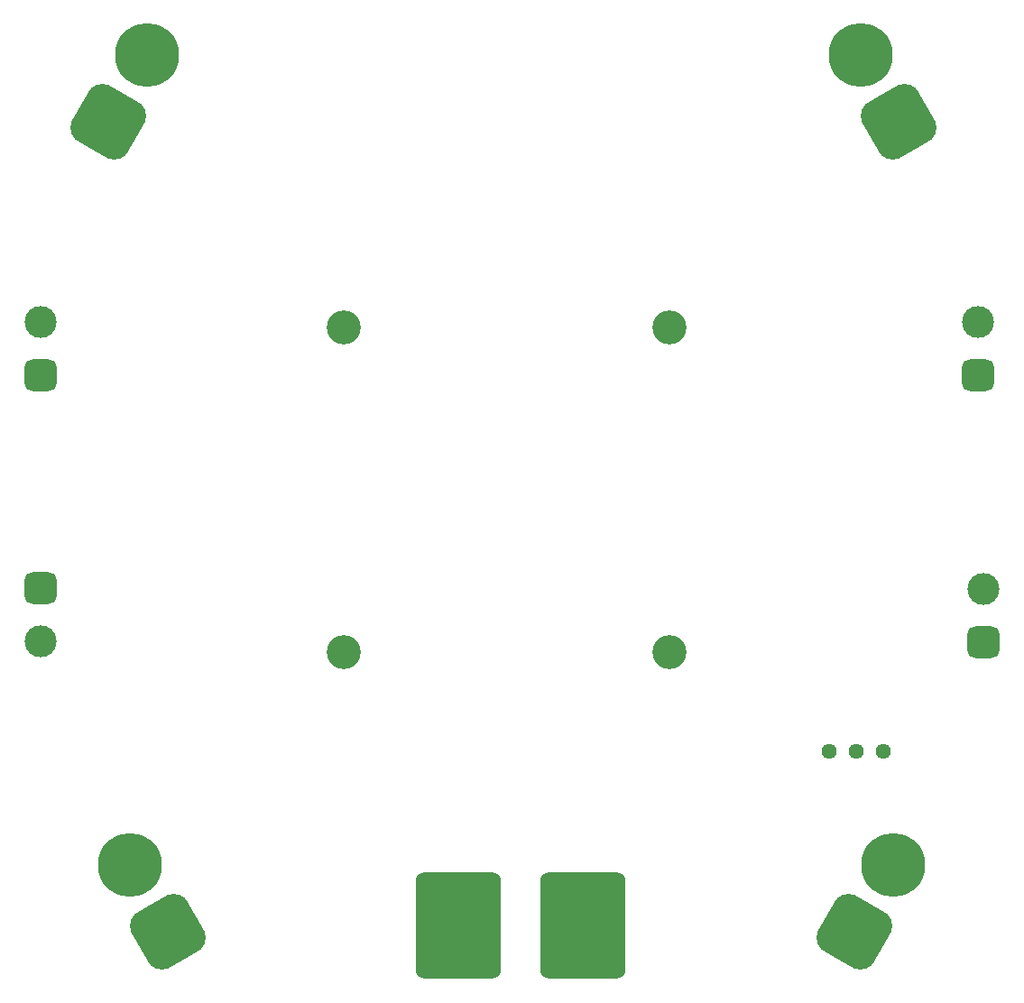
<source format=gbr>
%TF.GenerationSoftware,KiCad,Pcbnew,9.0.1*%
%TF.CreationDate,2025-04-09T16:15:18+03:00*%
%TF.ProjectId,G__ Da__t_m Kart_,47fce720-4461-41f3-9174-316d204b6172,rev?*%
%TF.SameCoordinates,Original*%
%TF.FileFunction,Soldermask,Bot*%
%TF.FilePolarity,Negative*%
%FSLAX46Y46*%
G04 Gerber Fmt 4.6, Leading zero omitted, Abs format (unit mm)*
G04 Created by KiCad (PCBNEW 9.0.1) date 2025-04-09 16:15:18*
%MOMM*%
%LPD*%
G01*
G04 APERTURE LIST*
G04 Aperture macros list*
%AMRoundRect*
0 Rectangle with rounded corners*
0 $1 Rounding radius*
0 $2 $3 $4 $5 $6 $7 $8 $9 X,Y pos of 4 corners*
0 Add a 4 corners polygon primitive as box body*
4,1,4,$2,$3,$4,$5,$6,$7,$8,$9,$2,$3,0*
0 Add four circle primitives for the rounded corners*
1,1,$1+$1,$2,$3*
1,1,$1+$1,$4,$5*
1,1,$1+$1,$6,$7*
1,1,$1+$1,$8,$9*
0 Add four rect primitives between the rounded corners*
20,1,$1+$1,$2,$3,$4,$5,0*
20,1,$1+$1,$4,$5,$6,$7,0*
20,1,$1+$1,$6,$7,$8,$9,0*
20,1,$1+$1,$8,$9,$2,$3,0*%
G04 Aperture macros list end*
%ADD10RoundRect,0.800000X3.200000X4.200000X-3.200000X4.200000X-3.200000X-4.200000X3.200000X-4.200000X0*%
%ADD11C,6.000000*%
%ADD12RoundRect,1.500000X0.549038X-2.049038X2.049038X0.549038X-0.549038X2.049038X-2.049038X-0.549038X0*%
%ADD13C,1.440000*%
%ADD14C,3.000000*%
%ADD15RoundRect,0.750000X0.750000X-0.750000X0.750000X0.750000X-0.750000X0.750000X-0.750000X-0.750000X0*%
%ADD16RoundRect,1.500000X2.049038X-0.549038X0.549038X2.049038X-2.049038X0.549038X-0.549038X-2.049038X0*%
%ADD17C,3.200000*%
%ADD18RoundRect,0.750000X-0.750000X0.750000X-0.750000X-0.750000X0.750000X-0.750000X0.750000X0.750000X0*%
G04 APERTURE END LIST*
D10*
%TO.C,H7*%
X187200000Y-127700000D03*
%TD*%
%TO.C,H8*%
X198900000Y-127700000D03*
%TD*%
D11*
%TO.C,J3*%
X228000000Y-122000000D03*
D12*
X224400000Y-128235383D03*
%TD*%
D13*
%TO.C,RV1*%
X222060000Y-111300000D03*
X224600000Y-111300000D03*
X227140000Y-111300000D03*
%TD*%
D14*
%TO.C,U5*%
X236500000Y-96100000D03*
D15*
X236500000Y-101100000D03*
%TD*%
D16*
%TO.C,J1*%
X228562500Y-52235383D03*
D11*
X224962500Y-46000000D03*
%TD*%
D17*
%TO.C,H5*%
X176500000Y-102000000D03*
%TD*%
D18*
%TO.C,U3*%
X148000000Y-96000000D03*
D14*
X148000000Y-101000000D03*
%TD*%
D17*
%TO.C,H4*%
X207000000Y-71500000D03*
%TD*%
%TO.C,H3*%
X176500000Y-71500000D03*
%TD*%
D16*
%TO.C,J4*%
X160000000Y-128235383D03*
D11*
X156400000Y-122000000D03*
%TD*%
D15*
%TO.C,U4*%
X236000000Y-76000000D03*
D14*
X236000000Y-71000000D03*
%TD*%
D17*
%TO.C,H6*%
X207000000Y-102000000D03*
%TD*%
D12*
%TO.C,J2*%
X154400000Y-52235383D03*
D11*
X158000000Y-46000000D03*
%TD*%
D15*
%TO.C,U2*%
X148000000Y-76000000D03*
D14*
X148000000Y-71000000D03*
%TD*%
M02*

</source>
